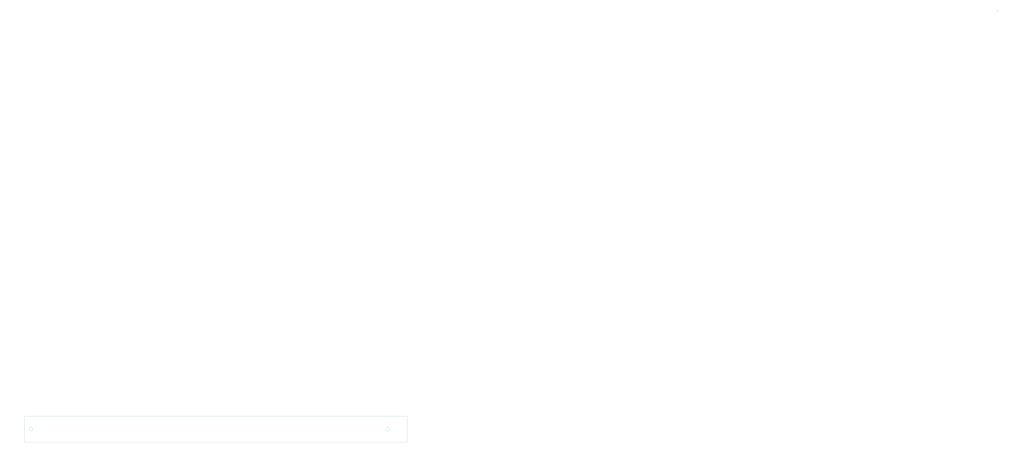
<source format=gbr>
G04 #@! TF.GenerationSoftware,KiCad,Pcbnew,(5.1.5-0-10_14)*
G04 #@! TF.CreationDate,2020-05-15T23:00:51+01:00*
G04 #@! TF.ProjectId,Solenoid_Array,536f6c65-6e6f-4696-945f-41727261792e,1*
G04 #@! TF.SameCoordinates,Original*
G04 #@! TF.FileFunction,Profile,NP*
%FSLAX46Y46*%
G04 Gerber Fmt 4.6, Leading zero omitted, Abs format (unit mm)*
G04 Created by KiCad (PCBNEW (5.1.5-0-10_14)) date 2020-05-15 23:00:51*
%MOMM*%
%LPD*%
G04 APERTURE LIST*
%ADD10C,0.100000*%
%ADD11C,0.200000*%
G04 APERTURE END LIST*
D10*
X106500000Y-179980000D02*
G75*
G03X106500000Y-179980000I-1500000J0D01*
G01*
X381500000Y-180000000D02*
G75*
G03X381500000Y-180000000I-1500000J0D01*
G01*
X100000000Y-170000000D02*
X100000000Y-190000000D01*
X395000000Y-170000000D02*
X100000000Y-170000000D01*
X395000000Y-190000000D02*
X395000000Y-170000000D01*
X100000000Y-190000000D02*
X395000000Y-190000000D01*
D11*
X851695064Y142464645D02*
X851695064Y142464645D01*
X850695064Y142464645D02*
X849695064Y142464645D01*
X849695064Y142464645D02*
X850695062Y142464645D01*
X850695062Y142464645D02*
X850695064Y142464645D01*
M02*

</source>
